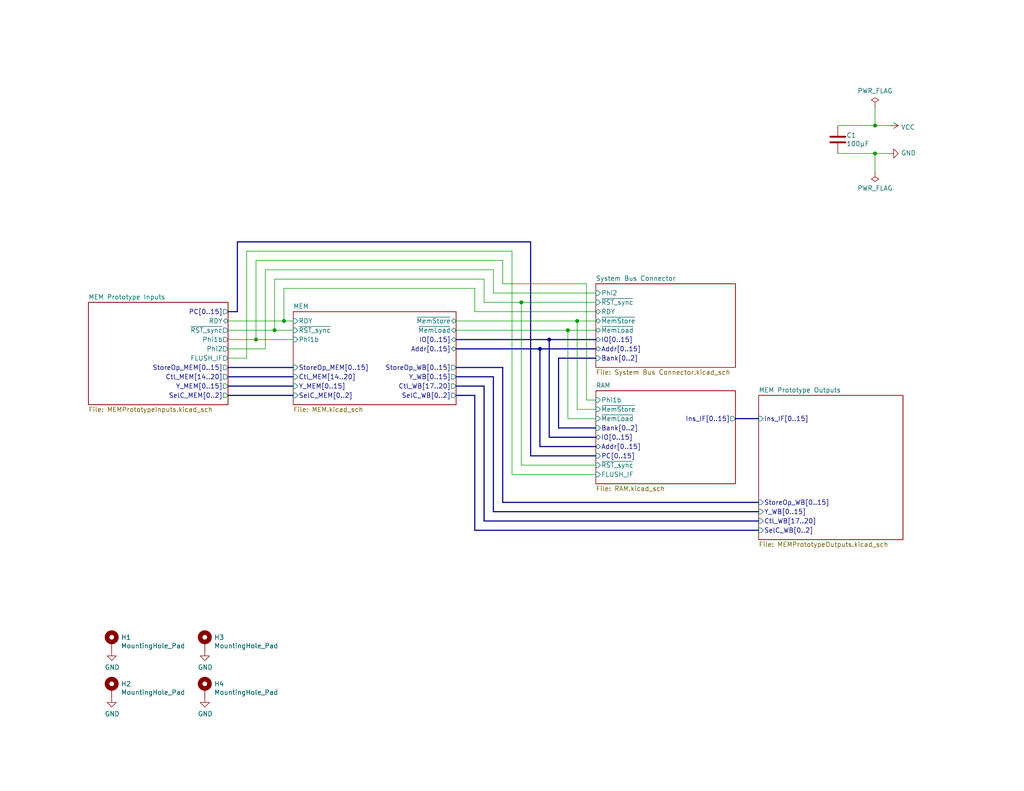
<source format=kicad_sch>
(kicad_sch (version 20211123) (generator eeschema)
  (paper "USLetter")
  (title_block (title "Turtle16: MEM + RAM") (date "2022-04-12") (rev "A (584b6b4f)") (comment 4 "MEM Pipeline Stage and Computer Memory"))
  (lib_symbols
    (symbol "Device:C" (pin_numbers hide) (pin_names (offset 0.254))
      (property "Reference" "C" (at 0.635 2.54 0))
      (property "Value" "C" (at 0.635 -2.54 0))
      (symbol "C_0_1"
        (polyline (pts (xy -2.032 -0.762) (xy 2.032 -0.762)) (stroke (width 0.508)))
        (polyline (pts (xy -2.032 0.762) (xy 2.032 0.762)) (stroke (width 0.508)))
      )
      (symbol "C_1_1"
        (pin passive line (at 0 3.81 270) (length 2.794) (name "~") (number "1"))
        (pin passive line (at 0 -3.81 90) (length 2.794) (name "~") (number "2"))
      )
    )
    (symbol "Mechanical:MountingHole_Pad" (pin_numbers hide) (pin_names (offset 1.016) hide)
      (property "Reference" "H" (at 0 6.35 0))
      (property "Value" "MountingHole_Pad" (at 0 4.445 0))
      (symbol "MountingHole_Pad_0_1"
        (circle (center 0 1.27) (radius 1.27) (stroke (width 1.27)))
      )
      (symbol "MountingHole_Pad_1_1"
        (pin input line (at 0 -2.54 90) (length 2.54) (name "1") (number "1"))
      )
    )
    (symbol "power:GND" (power) (pin_names (offset 0))
      (property "Value" "GND" (at 0 -3.81 0))
      (symbol "GND_0_1"
        (polyline (pts (xy 0 0) (xy 0 -1.27) (xy 1.27 -1.27) (xy 0 -2.54) (xy -1.27 -1.27) (xy 0 -1.27)))
      )
      (symbol "GND_1_1"
        (pin power_in line (at 0 0 270) (length 0) hide (name "GND") (number "1"))
      )
    )
    (symbol "power:PWR_FLAG" (power) (pin_numbers hide) (pin_names (offset 0) hide)
      (property "Value" "PWR_FLAG" (at 0 3.81 0))
      (symbol "PWR_FLAG_0_0"
        (pin power_out line (at 0 0 90) (length 0) (name "pwr") (number "1"))
      )
      (symbol "PWR_FLAG_0_1"
        (polyline (pts (xy 0 0) (xy 0 1.27) (xy -1.016 1.905) (xy 0 2.54) (xy 1.016 1.905) (xy 0 1.27)))
      )
    )
    (symbol "power:VCC" (power) (pin_names (offset 0))
      (property "Value" "VCC" (at 0 3.81 0))
      (symbol "VCC_0_1"
        (polyline (pts (xy -0.762 1.27) (xy 0 2.54)))
        (polyline (pts (xy 0 0) (xy 0 2.54)))
        (polyline (pts (xy 0 2.54) (xy 0.762 1.27)))
      )
      (symbol "VCC_1_1"
        (pin power_in line (at 0 0 90) (length 0) hide (name "VCC") (number "1"))
      )
    )
  )
  (junction (at 238.76 41.91))
  (junction (at 147.32 95.25))
  (junction (at 149.86 92.71))
  (junction (at 69.85 92.71))
  (junction (at 142.24 82.55))
  (junction (at 74.93 90.17))
  (junction (at 238.76 34.29))
  (junction (at 77.47 87.63))
  (junction (at 154.94 90.17))
  (junction (at 157.48 87.63))
  (bus (pts (xy 62.23 107.95) (xy 80.01 107.95)))
  (bus (pts (xy 207.01 137.16) (xy 137.16 137.16)))
  (bus (pts (xy 147.32 121.92) (xy 162.56 121.92)))
  (wire (pts (xy 134.62 80.01) (xy 134.62 73.66)))
  (bus (pts (xy 64.77 85.09) (xy 62.23 85.09)))
  (wire (pts (xy 228.6 41.91) (xy 238.76 41.91)))
  (wire (pts (xy 154.94 90.17) (xy 154.94 114.3)))
  (wire (pts (xy 124.46 87.63) (xy 157.48 87.63)))
  (wire (pts (xy 62.23 87.63) (xy 77.47 87.63)))
  (wire (pts (xy 137.16 77.47) (xy 160.02 77.47)))
  (wire (pts (xy 160.02 109.22) (xy 160.02 77.47)))
  (bus (pts (xy 152.4 97.79) (xy 152.4 116.84)))
  (bus (pts (xy 124.46 107.95) (xy 129.54 107.95)))
  (wire (pts (xy 157.48 87.63) (xy 162.56 87.63)))
  (bus (pts (xy 147.32 95.25) (xy 147.32 121.92)))
  (wire (pts (xy 162.56 80.01) (xy 134.62 80.01)))
  (bus (pts (xy 62.23 105.41) (xy 80.01 105.41)))
  (wire (pts (xy 162.56 85.09) (xy 129.54 85.09)))
  (bus (pts (xy 134.62 102.87) (xy 134.62 139.7)))
  (bus (pts (xy 144.78 66.04) (xy 64.77 66.04)))
  (wire (pts (xy 162.56 114.3) (xy 154.94 114.3)))
  (bus (pts (xy 132.08 105.41) (xy 124.46 105.41)))
  (wire (pts (xy 242.57 34.29) (xy 238.76 34.29)))
  (bus (pts (xy 124.46 102.87) (xy 134.62 102.87)))
  (wire (pts (xy 139.7 68.58) (xy 139.7 129.54)))
  (wire (pts (xy 69.85 71.12) (xy 69.85 92.71)))
  (wire (pts (xy 62.23 90.17) (xy 74.93 90.17)))
  (bus (pts (xy 162.56 124.46) (xy 144.78 124.46)))
  (wire (pts (xy 67.31 68.58) (xy 139.7 68.58)))
  (wire (pts (xy 124.46 90.17) (xy 154.94 90.17)))
  (bus (pts (xy 132.08 142.24) (xy 132.08 105.41)))
  (wire (pts (xy 137.16 71.12) (xy 137.16 77.47)))
  (wire (pts (xy 154.94 90.17) (xy 162.56 90.17)))
  (bus (pts (xy 64.77 66.04) (xy 64.77 85.09)))
  (wire (pts (xy 74.93 90.17) (xy 74.93 76.2)))
  (wire (pts (xy 142.24 82.55) (xy 162.56 82.55)))
  (bus (pts (xy 134.62 139.7) (xy 207.01 139.7)))
  (wire (pts (xy 238.76 29.21) (xy 238.76 34.29)))
  (wire (pts (xy 142.24 127) (xy 162.56 127)))
  (wire (pts (xy 157.48 111.76) (xy 157.48 87.63)))
  (bus (pts (xy 200.66 114.3) (xy 207.01 114.3)))
  (bus (pts (xy 149.86 92.71) (xy 149.86 119.38)))
  (wire (pts (xy 72.39 73.66) (xy 72.39 95.25)))
  (bus (pts (xy 149.86 119.38) (xy 162.56 119.38)))
  (wire (pts (xy 162.56 111.76) (xy 157.48 111.76)))
  (bus (pts (xy 147.32 95.25) (xy 162.56 95.25)))
  (wire (pts (xy 238.76 46.99) (xy 238.76 41.91)))
  (bus (pts (xy 62.23 100.33) (xy 80.01 100.33)))
  (bus (pts (xy 144.78 124.46) (xy 144.78 66.04)))
  (bus (pts (xy 149.86 92.71) (xy 162.56 92.71)))
  (bus (pts (xy 129.54 107.95) (xy 129.54 144.78)))
  (wire (pts (xy 134.62 73.66) (xy 72.39 73.66)))
  (wire (pts (xy 67.31 97.79) (xy 67.31 68.58)))
  (wire (pts (xy 129.54 85.09) (xy 129.54 78.74)))
  (bus (pts (xy 152.4 116.84) (xy 162.56 116.84)))
  (wire (pts (xy 139.7 129.54) (xy 162.56 129.54)))
  (wire (pts (xy 69.85 71.12) (xy 137.16 71.12)))
  (wire (pts (xy 129.54 78.74) (xy 77.47 78.74)))
  (bus (pts (xy 124.46 95.25) (xy 147.32 95.25)))
  (bus (pts (xy 162.56 97.79) (xy 152.4 97.79)))
  (wire (pts (xy 62.23 92.71) (xy 69.85 92.71)))
  (bus (pts (xy 137.16 137.16) (xy 137.16 100.33)))
  (bus (pts (xy 207.01 142.24) (xy 132.08 142.24)))
  (wire (pts (xy 62.23 97.79) (xy 67.31 97.79)))
  (wire (pts (xy 238.76 41.91) (xy 242.57 41.91)))
  (wire (pts (xy 62.23 95.25) (xy 72.39 95.25)))
  (wire (pts (xy 142.24 82.55) (xy 142.24 127)))
  (wire (pts (xy 228.6 34.29) (xy 238.76 34.29)))
  (bus (pts (xy 62.23 102.87) (xy 80.01 102.87)))
  (wire (pts (xy 160.02 109.22) (xy 162.56 109.22)))
  (wire (pts (xy 69.85 92.71) (xy 80.01 92.71)))
  (wire (pts (xy 77.47 87.63) (xy 80.01 87.63)))
  (wire (pts (xy 74.93 76.2) (xy 132.08 76.2)))
  (wire (pts (xy 74.93 90.17) (xy 80.01 90.17)))
  (bus (pts (xy 137.16 100.33) (xy 124.46 100.33)))
  (wire (pts (xy 132.08 76.2) (xy 132.08 82.55)))
  (wire (pts (xy 77.47 78.74) (xy 77.47 87.63)))
  (bus (pts (xy 124.46 92.71) (xy 149.86 92.71)))
  (wire (pts (xy 132.08 82.55) (xy 142.24 82.55)))
  (bus (pts (xy 129.54 144.78) (xy 207.01 144.78)))
  (symbol (lib_id "Mechanical:MountingHole_Pad") (at 30.48 175.26 0) (unit 1)
    (property "Reference" "H1" (at 33.02 174.0154 0) (effects (justify left)))
    (property "Value" "MountingHole_Pad" (at 33.02 176.3268 0) (effects (justify left)))
    (property "Footprint" "MountingHole:MountingHole_3.2mm_M3_Pad" (effects hide))
  )
  (symbol (lib_id "Mechanical:MountingHole_Pad") (at 55.88 175.26 0) (unit 1)
    (property "Reference" "H3" (at 58.42 174.0154 0) (effects (justify left)))
    (property "Value" "MountingHole_Pad" (at 58.42 176.3268 0) (effects (justify left)))
    (property "Footprint" "MountingHole:MountingHole_3.2mm_M3_Pad" (effects hide))
  )
  (symbol (lib_id "power:GND") (at 30.48 177.8 0) (unit 1)
    (property "Reference" "#PWR01" (effects hide))
    (property "Value" "GND" (at 30.607 182.1942 0))
  )
  (symbol (lib_id "power:GND") (at 55.88 177.8 0) (unit 1)
    (property "Reference" "#PWR03" (effects hide))
    (property "Value" "GND" (at 56.007 182.1942 0))
  )
  (symbol (lib_id "Mechanical:MountingHole_Pad") (at 30.48 187.96 0) (unit 1)
    (property "Reference" "H2" (at 33.02 186.7154 0) (effects (justify left)))
    (property "Value" "MountingHole_Pad" (at 33.02 189.0268 0) (effects (justify left)))
    (property "Footprint" "MountingHole:MountingHole_3.2mm_M3_Pad" (effects hide))
  )
  (symbol (lib_id "Mechanical:MountingHole_Pad") (at 55.88 187.96 0) (unit 1)
    (property "Reference" "H4" (at 58.42 186.7154 0) (effects (justify left)))
    (property "Value" "MountingHole_Pad" (at 58.42 189.0268 0) (effects (justify left)))
    (property "Footprint" "MountingHole:MountingHole_3.2mm_M3_Pad" (effects hide))
  )
  (symbol (lib_id "power:GND") (at 30.48 190.5 0) (unit 1)
    (property "Reference" "#PWR02" (effects hide))
    (property "Value" "GND" (at 30.607 194.8942 0))
  )
  (symbol (lib_id "power:GND") (at 55.88 190.5 0) (unit 1)
    (property "Reference" "#PWR04" (effects hide))
    (property "Value" "GND" (at 56.007 194.8942 0))
  )
  (symbol (lib_id "power:VCC") (at 242.57 34.29 270) (unit 1)
    (property "Reference" "#PWR05" (effects hide))
    (property "Value" "VCC" (at 245.8212 34.7218 90) (effects (justify left)))
  )
  (symbol (lib_id "power:GND") (at 242.57 41.91 90) (unit 1)
    (property "Reference" "#PWR06" (effects hide))
    (property "Value" "GND" (at 245.8212 41.783 90) (effects (justify right)))
  )
  (symbol (lib_id "Device:C") (at 228.6 38.1 0) (unit 1)
    (property "Reference" "C1" (at 230.9368 36.9316 0) (effects (justify left)))
    (property "Value" "100µF" (at 230.9368 39.243 0) (effects (justify left)))
    (property "Footprint" "Capacitor_SMD:C_1206_3216Metric_Pad1.33x1.80mm_HandSolder" (effects hide))
    (property "Mouser" "https://www.mouser.com/ProductDetail/963-AMK316ABJ107ML-T" (effects hide))
  )
  (symbol (lib_id "power:PWR_FLAG") (at 238.76 46.99 180) (unit 1)
    (property "Reference" "#FLG02" (effects hide))
    (property "Value" "PWR_FLAG" (at 238.76 51.3842 0))
  )
  (symbol (lib_id "power:PWR_FLAG") (at 238.76 29.21 0) (unit 1)
    (property "Reference" "#FLG01" (effects hide))
    (property "Value" "PWR_FLAG" (at 238.76 24.8158 0))
  )
  (sheet (at 162.56 77.47) (size 38.1 22.86)
    (property "Sheet name" "System Bus Connector" (at 162.56 76.7584 0) (effects (justify left bottom)))
    (property "Sheet file" "System Bus Connector.kicad_sch" (at 162.56 100.9146 0) (effects (justify left top)))
    (pin "IO[0..15]" tri_state (at 162.56 92.71 180))
    (pin "Addr[0..15]" tri_state (at 162.56 95.25 180))
    (pin "~{MemLoad}" tri_state (at 162.56 90.17 180))
    (pin "~{MemStore}" tri_state (at 162.56 87.63 180))
    (pin "RDY" bidirectional (at 162.56 85.09 180))
    (pin "Phi2" input (at 162.56 80.01 180))
    (pin "~{RST_sync}" input (at 162.56 82.55 180))
    (pin "Bank[0..2]" input (at 162.56 97.79 180))
  )
  (sheet (at 80.01 85.09) (size 44.45 25.4)
    (property "Sheet name" "MEM" (at 80.01 84.3784 0) (effects (justify left bottom)))
    (property "Sheet file" "MEM.kicad_sch" (at 80.01 111.0746 0) (effects (justify left top)))
    (pin "StoreOp_MEM[0..15]" input (at 80.01 100.33 180))
    (pin "StoreOp_WB[0..15]" output (at 124.46 100.33 0))
    (pin "Y_MEM[0..15]" input (at 80.01 105.41 180))
    (pin "Ctl_MEM[14..20]" input (at 80.01 102.87 180))
    (pin "~{MemStore}" tri_state (at 124.46 87.63 0))
    (pin "~{MemLoad}" tri_state (at 124.46 90.17 0))
    (pin "IO[0..15]" tri_state (at 124.46 92.71 0))
    (pin "Addr[0..15]" tri_state (at 124.46 95.25 0))
    (pin "RDY" input (at 80.01 87.63 180))
    (pin "SelC_WB[0..2]" output (at 124.46 107.95 0))
    (pin "SelC_MEM[0..2]" input (at 80.01 107.95 180))
    (pin "Ctl_WB[17..20]" output (at 124.46 105.41 0))
    (pin "Y_WB[0..15]" output (at 124.46 102.87 0))
    (pin "~{RST_sync}" input (at 80.01 90.17 180))
    (pin "Phi1b" input (at 80.01 92.71 180))
  )
  (sheet (at 162.56 106.68) (size 38.1 25.4) (stroke (width 0.1524))
    (property "Sheet name" "RAM" (at 162.56 105.9684 0) (effects (justify left bottom)))
    (property "Sheet file" "RAM.kicad_sch" (at 162.56 132.6646 0) (effects (justify left top)))
    (pin "IO[0..15]" tri_state (at 162.56 119.38 180))
    (pin "PC[0..15]" input (at 162.56 124.46 180))
    (pin "Addr[0..15]" tri_state (at 162.56 121.92 180))
    (pin "Ins_IF[0..15]" output (at 200.66 114.3 0))
    (pin "~{MemLoad}" input (at 162.56 114.3 180))
    (pin "~{MemStore}" input (at 162.56 111.76 180))
    (pin "Bank[0..2]" input (at 162.56 116.84 180))
    (pin "Phi1b" input (at 162.56 109.22 180))
    (pin "~{RST_sync}" input (at 162.56 127 180))
    (pin "FLUSH_IF" input (at 162.56 129.54 180))
  )
  (sheet (at 24.13 82.55) (size 38.1 27.94) (stroke (width 0.1524))
    (property "Sheet name" "MEM Prototype Inputs" (at 24.13 81.8384 0) (effects (justify left bottom)))
    (property "Sheet file" "MEMPrototypeInputs.kicad_sch" (at 24.13 111.0746 0) (effects (justify left top)))
    (pin "PC[0..15]" output (at 62.23 85.09 0))
    (pin "Y_MEM[0..15]" output (at 62.23 105.41 0))
    (pin "Phi1b" output (at 62.23 92.71 0))
    (pin "Ctl_MEM[14..20]" output (at 62.23 102.87 0))
    (pin "SelC_MEM[0..2]" output (at 62.23 107.95 0))
    (pin "StoreOp_MEM[0..15]" output (at 62.23 100.33 0))
    (pin "~{RST_sync}" output (at 62.23 90.17 0))
    (pin "RDY" tri_state (at 62.23 87.63 0))
    (pin "Phi2" output (at 62.23 95.25 0))
    (pin "FLUSH_IF" output (at 62.23 97.79 0))
  )
  (sheet (at 207.01 107.95) (size 39.37 39.37) (stroke (width 0.1524))
    (property "Sheet name" "MEM Prototype Outputs" (at 207.01 107.2384 0) (effects (justify left bottom)))
    (property "Sheet file" "MEMPrototypeOutputs.kicad_sch" (at 207.01 147.9046 0) (effects (justify left top)))
    (pin "Ins_IF[0..15]" input (at 207.01 114.3 180))
    (pin "StoreOp_WB[0..15]" input (at 207.01 137.16 180))
    (pin "SelC_WB[0..2]" input (at 207.01 144.78 180))
    (pin "Y_WB[0..15]" input (at 207.01 139.7 180))
    (pin "Ctl_WB[17..20]" input (at 207.01 142.24 180))
  )
)
</source>
